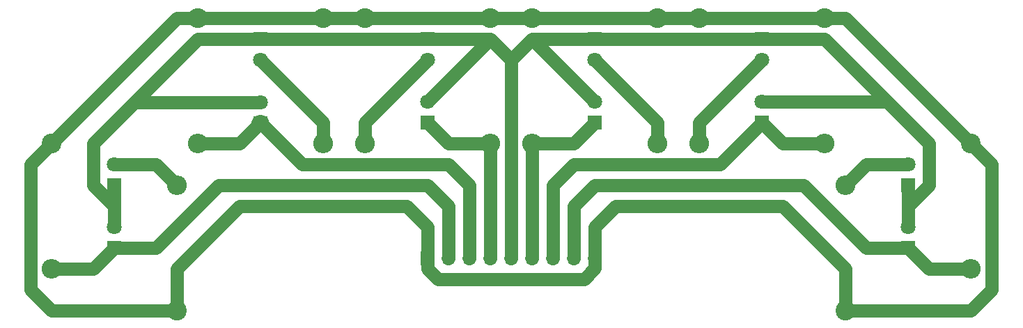
<source format=gbr>
%TF.GenerationSoftware,KiCad,Pcbnew,7.0.7*%
%TF.CreationDate,2023-12-08T08:47:56+07:00*%
%TF.ProjectId,sensor,73656e73-6f72-42e6-9b69-6361645f7063,rev?*%
%TF.SameCoordinates,Original*%
%TF.FileFunction,Copper,L1,Top*%
%TF.FilePolarity,Positive*%
%FSLAX46Y46*%
G04 Gerber Fmt 4.6, Leading zero omitted, Abs format (unit mm)*
G04 Created by KiCad (PCBNEW 7.0.7) date 2023-12-08 08:47:56*
%MOMM*%
%LPD*%
G01*
G04 APERTURE LIST*
%TA.AperFunction,ComponentPad*%
%ADD10R,1.800000X1.800000*%
%TD*%
%TA.AperFunction,ComponentPad*%
%ADD11C,1.800000*%
%TD*%
%TA.AperFunction,ComponentPad*%
%ADD12C,2.400000*%
%TD*%
%TA.AperFunction,ComponentPad*%
%ADD13O,2.400000X2.400000*%
%TD*%
%TA.AperFunction,ComponentPad*%
%ADD14R,1.700000X1.700000*%
%TD*%
%TA.AperFunction,ComponentPad*%
%ADD15O,1.700000X1.700000*%
%TD*%
%TA.AperFunction,Conductor*%
%ADD16C,1.600000*%
%TD*%
%TA.AperFunction,Conductor*%
%ADD17C,2.000000*%
%TD*%
G04 APERTURE END LIST*
D10*
%TO.P,D9,1,K*%
%TO.N,N/C*%
X149860000Y-39370000D03*
D11*
%TO.P,D9,2,A*%
X149860000Y-41910000D03*
%TD*%
D12*
%TO.P,R8,1*%
%TO.N,N/C*%
X121920000Y-36830000D03*
D13*
%TO.P,R8,2*%
X121920000Y-52070000D03*
%TD*%
D14*
%TO.P,J3,1,Pin_1*%
%TO.N,N/C*%
X109220000Y-66040000D03*
D15*
%TO.P,J3,2,Pin_2*%
X111760000Y-66040000D03*
%TO.P,J3,3,Pin_3*%
X114300000Y-66040000D03*
%TO.P,J3,4,Pin_4*%
X116840000Y-66040000D03*
%TO.P,J3,5,Pin_5*%
X119380000Y-66040000D03*
%TO.P,J3,6,Pin_6*%
X121920000Y-66040000D03*
%TO.P,J3,7,Pin_7*%
X124460000Y-66040000D03*
%TO.P,J3,8,Pin_8*%
X127000000Y-66040000D03*
%TO.P,J3,9,Pin_9*%
X129540000Y-66040000D03*
%TD*%
D12*
%TO.P,R4,1*%
%TO.N,N/C*%
X81280000Y-36830000D03*
D13*
%TO.P,R4,2*%
X81280000Y-52070000D03*
%TD*%
D10*
%TO.P,D5,1,K*%
%TO.N,N/C*%
X109220000Y-39370000D03*
D11*
%TO.P,D5,2,A*%
X109220000Y-41910000D03*
%TD*%
D10*
%TO.P,D12,1,K*%
%TO.N,N/C*%
X109220000Y-49530000D03*
D11*
%TO.P,D12,2,A*%
X109220000Y-46990000D03*
%TD*%
D12*
%TO.P,R1,1*%
%TO.N,N/C*%
X78740000Y-72390000D03*
D13*
%TO.P,R1,2*%
X78740000Y-57150000D03*
%TD*%
D10*
%TO.P,D2,1,K*%
%TO.N,N/C*%
X71120000Y-64770000D03*
D11*
%TO.P,D2,2,A*%
X71120000Y-62230000D03*
%TD*%
D10*
%TO.P,D10,1,K*%
%TO.N,N/C*%
X149860000Y-49530000D03*
D11*
%TO.P,D10,2,A*%
X149860000Y-46990000D03*
%TD*%
D10*
%TO.P,D22,1,K*%
%TO.N,N/C*%
X167640000Y-64770000D03*
D11*
%TO.P,D22,2,A*%
X167640000Y-62230000D03*
%TD*%
D12*
%TO.P,R3,1*%
%TO.N,N/C*%
X96520000Y-36830000D03*
D13*
%TO.P,R3,2*%
X96520000Y-52070000D03*
%TD*%
D10*
%TO.P,D7,1,K*%
%TO.N,N/C*%
X129540000Y-39370000D03*
D11*
%TO.P,D7,2,A*%
X129540000Y-41910000D03*
%TD*%
D12*
%TO.P,R5,1*%
%TO.N,N/C*%
X101600000Y-36830000D03*
D13*
%TO.P,R5,2*%
X101600000Y-52070000D03*
%TD*%
D12*
%TO.P,R10,1*%
%TO.N,N/C*%
X157480000Y-36830000D03*
D13*
%TO.P,R10,2*%
X157480000Y-52070000D03*
%TD*%
D10*
%TO.P,D6,1,K*%
%TO.N,N/C*%
X129540000Y-49530000D03*
D11*
%TO.P,D6,2,A*%
X129540000Y-46990000D03*
%TD*%
D10*
%TO.P,D21,1,K*%
%TO.N,N/C*%
X167640000Y-57150000D03*
D11*
%TO.P,D21,2,A*%
X167640000Y-54610000D03*
%TD*%
D10*
%TO.P,D1,1,K*%
%TO.N,N/C*%
X71120000Y-57150000D03*
D11*
%TO.P,D1,2,A*%
X71120000Y-54610000D03*
%TD*%
D10*
%TO.P,D4,1,K*%
%TO.N,N/C*%
X88900000Y-49610000D03*
D11*
%TO.P,D4,2,A*%
X88900000Y-47070000D03*
%TD*%
D12*
%TO.P,R7,1*%
%TO.N,N/C*%
X137160000Y-36830000D03*
D13*
%TO.P,R7,2*%
X137160000Y-52070000D03*
%TD*%
D10*
%TO.P,D3,1,K*%
%TO.N,N/C*%
X88900000Y-39370000D03*
D11*
%TO.P,D3,2,A*%
X88900000Y-41910000D03*
%TD*%
D12*
%TO.P,R12,1*%
%TO.N,N/C*%
X160020000Y-72390000D03*
D13*
%TO.P,R12,2*%
X160020000Y-57150000D03*
%TD*%
D12*
%TO.P,R9,1*%
%TO.N,N/C*%
X142240000Y-36830000D03*
D13*
%TO.P,R9,2*%
X142240000Y-52070000D03*
%TD*%
D12*
%TO.P,R6,1*%
%TO.N,N/C*%
X116840000Y-36830000D03*
D13*
%TO.P,R6,2*%
X116840000Y-52070000D03*
%TD*%
D12*
%TO.P,R2,1*%
%TO.N,N/C*%
X63500000Y-52070000D03*
D13*
%TO.P,R2,2*%
X63500000Y-67310000D03*
%TD*%
D12*
%TO.P,R13,1*%
%TO.N,N/C*%
X175260000Y-52070000D03*
D13*
%TO.P,R13,2*%
X175260000Y-67310000D03*
%TD*%
D16*
%TO.N,*%
X111760000Y-59690000D02*
X109220000Y-57150000D01*
X157480000Y-39370000D02*
X165100000Y-46990000D01*
X78740000Y-72390000D02*
X63500000Y-72390000D01*
X68580000Y-67310000D02*
X71120000Y-64770000D01*
X129540000Y-49530000D02*
X127000000Y-52070000D01*
X71120000Y-62230000D02*
X71120000Y-59690000D01*
X137160000Y-36830000D02*
X142240000Y-36830000D01*
X137160000Y-49530000D02*
X137160000Y-52070000D01*
X142240000Y-49530000D02*
X149860000Y-41910000D01*
X60960000Y-69850000D02*
X60960000Y-54610000D01*
X170180000Y-57150000D02*
X167640000Y-59690000D01*
X144780000Y-54610000D02*
X149860000Y-49530000D01*
X83820000Y-57150000D02*
X76200000Y-64770000D01*
X71120000Y-59690000D02*
X68580000Y-57150000D01*
X129540000Y-41910000D02*
X137160000Y-49530000D01*
X116840000Y-52070000D02*
X116840000Y-66040000D01*
X88900000Y-41910000D02*
X96520000Y-49530000D01*
X157480000Y-36830000D02*
X160020000Y-36830000D01*
X116840000Y-39370000D02*
X119380000Y-41910000D01*
X109220000Y-49530000D02*
X111760000Y-52070000D01*
X149860000Y-39370000D02*
X129540000Y-39370000D01*
X109220000Y-46990000D02*
X116840000Y-39370000D01*
X109220000Y-67310000D02*
X110490000Y-68580000D01*
X129540000Y-46990000D02*
X121920000Y-39370000D01*
X81280000Y-39370000D02*
X88900000Y-39370000D01*
X86360000Y-59690000D02*
X78740000Y-67310000D01*
X63500000Y-52070000D02*
X78740000Y-36830000D01*
X142240000Y-52070000D02*
X142240000Y-49530000D01*
X78740000Y-67310000D02*
X78740000Y-72390000D01*
X111760000Y-54610000D02*
X93980000Y-54610000D01*
X71120000Y-59690000D02*
X71120000Y-57150000D01*
X119380000Y-36830000D02*
X121920000Y-36830000D01*
X101600000Y-36830000D02*
X116840000Y-36830000D01*
X121920000Y-39370000D02*
X129540000Y-39370000D01*
X124460000Y-57150000D02*
X127000000Y-54610000D01*
X96520000Y-49530000D02*
X96520000Y-52070000D01*
X116840000Y-36830000D02*
X119380000Y-36830000D01*
X124460000Y-57150000D02*
X124460000Y-66040000D01*
X88900000Y-39370000D02*
X109220000Y-39370000D01*
X167640000Y-59690000D02*
X167640000Y-62230000D01*
X111760000Y-59690000D02*
X111760000Y-66040000D01*
X110490000Y-68580000D02*
X128202081Y-68580000D01*
X78740000Y-36830000D02*
X81280000Y-36830000D01*
X73580000Y-47070000D02*
X81280000Y-39370000D01*
X119380000Y-41910000D02*
X121920000Y-39370000D01*
X160020000Y-57150000D02*
X162560000Y-54610000D01*
X81280000Y-36830000D02*
X96520000Y-36830000D01*
X165100000Y-46990000D02*
X170180000Y-52070000D01*
X114300000Y-57150000D02*
X114300000Y-66040000D01*
X101600000Y-49530000D02*
X101600000Y-52070000D01*
D17*
X88980000Y-49610000D02*
X88900000Y-49610000D01*
D16*
X128202081Y-68580000D02*
X129540000Y-67242081D01*
X160020000Y-67310000D02*
X152400000Y-59690000D01*
X160020000Y-72390000D02*
X160020000Y-67310000D01*
X162560000Y-54610000D02*
X167640000Y-54610000D01*
X142240000Y-36830000D02*
X157480000Y-36830000D01*
X129540000Y-62230000D02*
X129540000Y-66040000D01*
X76200000Y-54610000D02*
X71120000Y-54610000D01*
X129540000Y-67242081D02*
X129540000Y-66040000D01*
X109220000Y-66040000D02*
X109220000Y-67310000D01*
X149860000Y-46990000D02*
X165100000Y-46990000D01*
X177800000Y-69850000D02*
X177800000Y-54610000D01*
X109220000Y-62230000D02*
X109220000Y-66040000D01*
X154940000Y-57150000D02*
X129540000Y-57150000D01*
X63500000Y-67310000D02*
X68580000Y-67310000D01*
X109220000Y-57150000D02*
X83820000Y-57150000D01*
X160020000Y-72390000D02*
X175260000Y-72390000D01*
X119380000Y-41910000D02*
X119380000Y-66040000D01*
X78740000Y-57150000D02*
X76200000Y-54610000D01*
X111760000Y-52070000D02*
X116840000Y-52070000D01*
X127000000Y-59690000D02*
X127000000Y-66040000D01*
X175260000Y-52070000D02*
X160020000Y-36830000D01*
X86360000Y-52070000D02*
X81280000Y-52070000D01*
X68580000Y-52070000D02*
X73580000Y-47070000D01*
X106680000Y-59690000D02*
X86360000Y-59690000D01*
X93980000Y-54610000D02*
X88980000Y-49610000D01*
X132080000Y-59690000D02*
X129540000Y-62230000D01*
X114300000Y-57150000D02*
X111760000Y-54610000D01*
X177800000Y-54610000D02*
X175260000Y-52070000D01*
X121920000Y-52070000D02*
X121920000Y-66040000D01*
X162560000Y-64770000D02*
X154940000Y-57150000D01*
X149860000Y-49530000D02*
X152400000Y-52070000D01*
X152400000Y-59690000D02*
X132080000Y-59690000D01*
X63500000Y-72390000D02*
X60960000Y-69850000D01*
X60960000Y-54610000D02*
X63500000Y-52070000D01*
X167640000Y-59690000D02*
X167640000Y-57150000D01*
X149860000Y-39370000D02*
X157480000Y-39370000D01*
X109220000Y-41910000D02*
X101600000Y-49530000D01*
D17*
X88900000Y-49610000D02*
X88820000Y-49610000D01*
D16*
X127000000Y-52070000D02*
X121920000Y-52070000D01*
X109220000Y-39370000D02*
X116840000Y-39370000D01*
X167640000Y-64770000D02*
X162560000Y-64770000D01*
X170180000Y-67310000D02*
X167640000Y-64770000D01*
X152400000Y-52070000D02*
X157480000Y-52070000D01*
X127000000Y-54610000D02*
X144780000Y-54610000D01*
X119380000Y-36830000D02*
X137160000Y-36830000D01*
X109220000Y-62230000D02*
X106680000Y-59690000D01*
X68580000Y-57150000D02*
X68580000Y-52070000D01*
X175260000Y-67310000D02*
X170180000Y-67310000D01*
X129540000Y-57150000D02*
X127000000Y-59690000D01*
X96520000Y-36830000D02*
X101600000Y-36830000D01*
X175260000Y-72390000D02*
X177800000Y-69850000D01*
X88820000Y-49610000D02*
X86360000Y-52070000D01*
X73580000Y-47070000D02*
X88900000Y-47070000D01*
X170180000Y-52070000D02*
X170180000Y-57150000D01*
X76200000Y-64770000D02*
X71120000Y-64770000D01*
%TD*%
M02*

</source>
